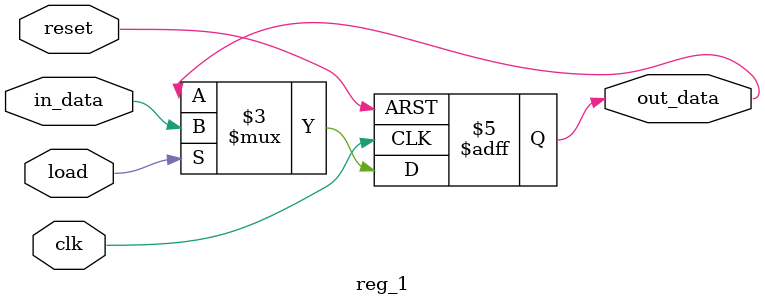
<source format=v>
`timescale 1ns / 1ps


module reg_1   
      (
        input  clk,reset,
         input  in_data,
input  load,
        output  reg  out_data  
    );
      always @(posedge clk,posedge reset) 
        if(reset)
          out_data <= 0;
        else if(load == 1)
		  out_data <= in_data;
     endmodule


</source>
